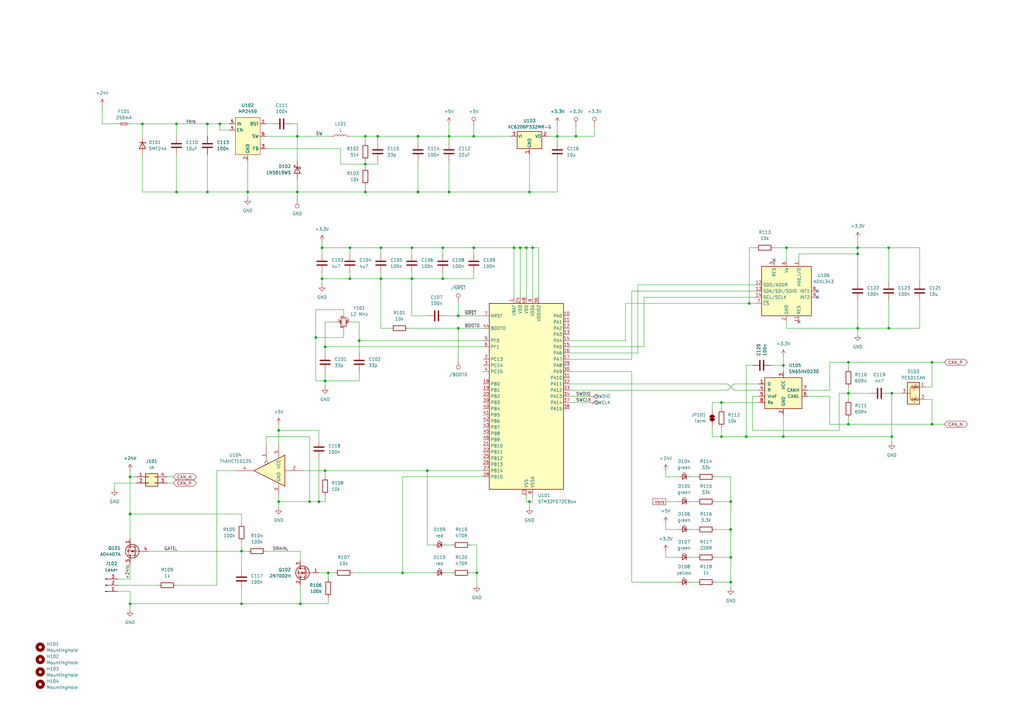
<source format=kicad_sch>
(kicad_sch (version 20250114) (generator "eeschema") (generator_version "9.0")
  (paper "A3")
  (junction (at 187.96 129.54))
  (junction (at 306.07 179.07))
  (junction (at 351.79 101.6))
  (junction (at 171.45 55.88))
  (junction (at 127 205.74))
  (junction (at 149.86 78.74))
  (junction (at 121.92 78.74))
  (junction (at 90.17 50.8))
  (junction (at 168.91 101.6))
  (junction (at 217.17 205.74))
  (junction (at 53.34 247.65))
  (junction (at 99.06 247.65))
  (junction (at 133.35 142.24))
  (junction (at 154.94 55.88))
  (junction (at 123.19 247.65))
  (junction (at 215.9 101.6))
  (junction (at 365.76 179.07))
  (junction (at 133.35 193.04))
  (junction (at 236.22 55.88))
  (junction (at 147.32 139.7))
  (junction (at 72.39 50.8))
  (junction (at 347.98 173.99))
  (junction (at 132.08 114.3))
  (junction (at 133.35 156.21))
  (junction (at 130.81 205.74))
  (junction (at 121.92 55.88))
  (junction (at 321.31 179.07))
  (junction (at 156.21 114.3))
  (junction (at 85.09 50.8))
  (junction (at 382.27 148.59))
  (junction (at 299.72 228.6))
  (junction (at 217.17 78.74))
  (junction (at 351.79 104.14))
  (junction (at 53.34 195.58))
  (junction (at 171.45 78.74))
  (junction (at 99.06 226.06))
  (junction (at 307.34 124.46))
  (junction (at 114.3 205.74))
  (junction (at 181.61 114.3))
  (junction (at 364.49 134.62))
  (junction (at 175.26 193.04))
  (junction (at 149.86 55.88))
  (junction (at 194.31 55.88))
  (junction (at 143.51 114.3))
  (junction (at 322.58 101.6))
  (junction (at 181.61 101.6))
  (junction (at 347.98 161.29))
  (junction (at 364.49 101.6))
  (junction (at 295.91 179.07))
  (junction (at 351.79 134.62))
  (junction (at 218.44 101.6))
  (junction (at 58.42 50.8))
  (junction (at 132.08 101.6))
  (junction (at 101.6 78.74))
  (junction (at 134.62 234.95))
  (junction (at 321.31 149.86))
  (junction (at 165.1 234.95))
  (junction (at 72.39 78.74))
  (junction (at 382.27 173.99))
  (junction (at 295.91 165.1))
  (junction (at 53.34 210.82))
  (junction (at 195.58 234.95))
  (junction (at 213.36 101.6))
  (junction (at 156.21 101.6))
  (junction (at 228.6 55.88))
  (junction (at 143.51 101.6))
  (junction (at 365.76 161.29))
  (junction (at 299.72 217.17))
  (junction (at 210.82 101.6))
  (junction (at 347.98 148.59))
  (junction (at 114.3 176.53))
  (junction (at 149.86 67.31))
  (junction (at 194.31 101.6))
  (junction (at 299.72 238.76))
  (junction (at 184.15 55.88))
  (junction (at 85.09 78.74))
  (junction (at 129.54 138.43))
  (junction (at 187.96 134.62))
  (junction (at 299.72 205.74))
  (junction (at 168.91 114.3))
  (junction (at 184.15 78.74))
  (no_connect (at 335.28 121.92))
  (no_connect (at 327.66 132.08))
  (no_connect (at 317.5 106.68))
  (no_connect (at 335.28 119.38))
  (wire (pts (xy 293.37 205.74) (xy 299.72 205.74)))
  (wire (pts (xy 295.91 175.26) (xy 295.91 179.07)))
  (wire (pts (xy 308.61 149.86) (xy 306.07 149.86)))
  (wire (pts (xy 165.1 195.58) (xy 165.1 234.95)))
  (wire (pts (xy 299.72 228.6) (xy 299.72 238.76)))
  (wire (pts (xy 217.17 205.74) (xy 218.44 205.74)))
  (wire (pts (xy 283.21 228.6) (xy 285.75 228.6)))
  (wire (pts (xy 109.22 182.88) (xy 109.22 179.07)))
  (wire (pts (xy 147.32 156.21) (xy 147.32 152.4)))
  (wire (pts (xy 165.1 195.58) (xy 198.12 195.58)))
  (wire (pts (xy 215.9 121.92) (xy 215.9 101.6)))
  (wire (pts (xy 307.34 124.46) (xy 307.34 101.6)))
  (wire (pts (xy 233.68 147.32) (xy 259.08 147.32)))
  (wire (pts (xy 121.92 55.88) (xy 121.92 50.8)))
  (wire (pts (xy 149.86 78.74) (xy 171.45 78.74)))
  (wire (pts (xy 351.79 134.62) (xy 351.79 137.16)))
  (wire (pts (xy 121.92 55.88) (xy 135.89 55.88)))
  (wire (pts (xy 48.26 237.49) (xy 53.34 237.49)))
  (wire (pts (xy 168.91 111.76) (xy 168.91 114.3)))
  (wire (pts (xy 133.35 142.24) (xy 133.35 144.78)))
  (wire (pts (xy 283.21 205.74) (xy 285.75 205.74)))
  (wire (pts (xy 331.47 160.02) (xy 340.36 160.02)))
  (wire (pts (xy 58.42 55.88) (xy 58.42 50.8)))
  (wire (pts (xy 154.94 67.31) (xy 149.86 67.31)))
  (wire (pts (xy 85.09 63.5) (xy 85.09 78.74)))
  (wire (pts (xy 53.34 242.57) (xy 53.34 247.65)))
  (wire (pts (xy 194.31 52.07) (xy 194.31 55.88)))
  (wire (pts (xy 133.35 152.4) (xy 133.35 156.21)))
  (wire (pts (xy 292.1 167.64) (xy 292.1 165.1)))
  (wire (pts (xy 365.76 179.07) (xy 365.76 181.61)))
  (wire (pts (xy 321.31 146.05) (xy 321.31 149.86)))
  (wire (pts (xy 114.3 182.88) (xy 114.3 176.53)))
  (wire (pts (xy 233.68 162.56) (xy 241.3 162.56)))
  (wire (pts (xy 351.79 97.79) (xy 351.79 101.6)))
  (wire (pts (xy 134.62 234.95) (xy 134.62 237.49)))
  (wire (pts (xy 72.39 55.88) (xy 72.39 50.8)))
  (wire (pts (xy 143.51 101.6) (xy 156.21 101.6)))
  (wire (pts (xy 127 179.07) (xy 127 205.74)))
  (wire (pts (xy 130.81 234.95) (xy 134.62 234.95)))
  (wire (pts (xy 171.45 55.88) (xy 171.45 58.42)))
  (wire (pts (xy 228.6 55.88) (xy 228.6 58.42)))
  (wire (pts (xy 347.98 148.59) (xy 382.27 148.59)))
  (wire (pts (xy 133.35 132.08) (xy 138.43 132.08)))
  (wire (pts (xy 171.45 78.74) (xy 184.15 78.74)))
  (wire (pts (xy 154.94 66.04) (xy 154.94 67.31)))
  (wire (pts (xy 228.6 50.8) (xy 228.6 55.88)))
  (wire (pts (xy 121.92 73.66) (xy 121.92 78.74)))
  (wire (pts (xy 114.3 173.99) (xy 114.3 176.53)))
  (wire (pts (xy 85.09 78.74) (xy 101.6 78.74)))
  (wire (pts (xy 143.51 114.3) (xy 132.08 114.3)))
  (wire (pts (xy 133.35 156.21) (xy 147.32 156.21)))
  (wire (pts (xy 295.91 165.1) (xy 311.15 165.1)))
  (wire (pts (xy 243.84 55.88) (xy 236.22 55.88)))
  (wire (pts (xy 156.21 101.6) (xy 168.91 101.6)))
  (wire (pts (xy 340.36 173.99) (xy 347.98 173.99)))
  (wire (pts (xy 299.72 195.58) (xy 299.72 205.74)))
  (wire (pts (xy 264.16 121.92) (xy 309.88 121.92)))
  (wire (pts (xy 364.49 161.29) (xy 365.76 161.29)))
  (wire (pts (xy 134.62 245.11) (xy 134.62 247.65)))
  (wire (pts (xy 217.17 63.5) (xy 217.17 78.74)))
  (wire (pts (xy 293.37 195.58) (xy 299.72 195.58)))
  (wire (pts (xy 140.97 138.43) (xy 129.54 138.43)))
  (wire (pts (xy 228.6 66.04) (xy 228.6 78.74)))
  (wire (pts (xy 109.22 50.8) (xy 111.76 50.8)))
  (wire (pts (xy 298.45 160.02) (xy 300.99 157.48)))
  (wire (pts (xy 93.98 53.34) (xy 90.17 53.34)))
  (wire (pts (xy 351.79 104.14) (xy 351.79 115.57)))
  (wire (pts (xy 48.26 50.8) (xy 41.91 50.8)))
  (wire (pts (xy 55.88 195.58) (xy 53.34 195.58)))
  (wire (pts (xy 134.62 234.95) (xy 137.16 234.95)))
  (wire (pts (xy 46.99 198.12) (xy 55.88 198.12)))
  (wire (pts (xy 72.39 78.74) (xy 85.09 78.74)))
  (wire (pts (xy 114.3 205.74) (xy 114.3 203.2)))
  (wire (pts (xy 340.36 148.59) (xy 347.98 148.59)))
  (wire (pts (xy 53.34 247.65) (xy 53.34 250.19)))
  (wire (pts (xy 233.68 139.7) (xy 256.54 139.7)))
  (wire (pts (xy 347.98 173.99) (xy 347.98 171.45)))
  (wire (pts (xy 377.19 123.19) (xy 377.19 134.62)))
  (wire (pts (xy 101.6 78.74) (xy 121.92 78.74)))
  (wire (pts (xy 317.5 101.6) (xy 322.58 101.6)))
  (wire (pts (xy 85.09 50.8) (xy 85.09 55.88)))
  (wire (pts (xy 140.97 134.62) (xy 140.97 138.43)))
  (wire (pts (xy 129.54 127) (xy 129.54 138.43)))
  (wire (pts (xy 187.96 134.62) (xy 187.96 147.32)))
  (wire (pts (xy 184.15 78.74) (xy 184.15 66.04)))
  (wire (pts (xy 160.02 134.62) (xy 156.21 134.62)))
  (wire (pts (xy 293.37 228.6) (xy 299.72 228.6)))
  (wire (pts (xy 99.06 226.06) (xy 101.6 226.06)))
  (wire (pts (xy 175.26 129.54) (xy 168.91 129.54)))
  (wire (pts (xy 132.08 99.06) (xy 132.08 101.6)))
  (wire (pts (xy 295.91 167.64) (xy 295.91 165.1)))
  (wire (pts (xy 364.49 101.6) (xy 377.19 101.6)))
  (wire (pts (xy 347.98 161.29) (xy 347.98 163.83)))
  (wire (pts (xy 139.7 67.31) (xy 149.86 67.31)))
  (wire (pts (xy 195.58 234.95) (xy 195.58 240.03)))
  (wire (pts (xy 193.04 234.95) (xy 195.58 234.95)))
  (wire (pts (xy 340.36 160.02) (xy 340.36 148.59)))
  (wire (pts (xy 322.58 132.08) (xy 322.58 134.62)))
  (wire (pts (xy 99.06 226.06) (xy 99.06 233.68)))
  (wire (pts (xy 292.1 165.1) (xy 295.91 165.1)))
  (wire (pts (xy 195.58 223.52) (xy 195.58 234.95)))
  (wire (pts (xy 299.72 217.17) (xy 299.72 228.6)))
  (wire (pts (xy 154.94 55.88) (xy 171.45 55.88)))
  (wire (pts (xy 114.3 205.74) (xy 114.3 208.28)))
  (wire (pts (xy 130.81 187.96) (xy 130.81 205.74)))
  (wire (pts (xy 321.31 149.86) (xy 321.31 152.4)))
  (wire (pts (xy 177.8 223.52) (xy 175.26 223.52)))
  (wire (pts (xy 130.81 205.74) (xy 127 205.74)))
  (wire (pts (xy 306.07 149.86) (xy 306.07 179.07)))
  (wire (pts (xy 144.78 234.95) (xy 165.1 234.95)))
  (wire (pts (xy 53.34 195.58) (xy 53.34 193.04)))
  (wire (pts (xy 298.45 157.48) (xy 300.99 160.02)))
  (wire (pts (xy 53.34 210.82) (xy 53.34 220.98)))
  (wire (pts (xy 184.15 55.88) (xy 194.31 55.88)))
  (wire (pts (xy 48.26 242.57) (xy 53.34 242.57)))
  (wire (pts (xy 109.22 226.06) (xy 123.19 226.06)))
  (wire (pts (xy 101.6 78.74) (xy 101.6 81.28)))
  (wire (pts (xy 307.34 101.6) (xy 309.88 101.6)))
  (wire (pts (xy 321.31 179.07) (xy 365.76 179.07)))
  (wire (pts (xy 99.06 214.63) (xy 99.06 210.82)))
  (wire (pts (xy 156.21 114.3) (xy 168.91 114.3)))
  (wire (pts (xy 133.35 193.04) (xy 124.46 193.04)))
  (wire (pts (xy 256.54 124.46) (xy 307.34 124.46)))
  (wire (pts (xy 133.35 205.74) (xy 130.81 205.74)))
  (wire (pts (xy 379.73 163.83) (xy 382.27 163.83)))
  (wire (pts (xy 88.9 193.04) (xy 96.52 193.04)))
  (wire (pts (xy 184.15 58.42) (xy 184.15 55.88)))
  (wire (pts (xy 377.19 115.57) (xy 377.19 101.6)))
  (wire (pts (xy 365.76 161.29) (xy 369.57 161.29)))
  (wire (pts (xy 184.15 50.8) (xy 184.15 55.88)))
  (wire (pts (xy 133.35 193.04) (xy 175.26 193.04)))
  (wire (pts (xy 168.91 129.54) (xy 168.91 114.3)))
  (wire (pts (xy 382.27 158.75) (xy 382.27 148.59)))
  (wire (pts (xy 109.22 179.07) (xy 127 179.07)))
  (wire (pts (xy 85.09 50.8) (xy 90.17 50.8)))
  (wire (pts (xy 147.32 139.7) (xy 198.12 139.7)))
  (wire (pts (xy 156.21 134.62) (xy 156.21 114.3)))
  (wire (pts (xy 364.49 123.19) (xy 364.49 134.62)))
  (wire (pts (xy 224.79 55.88) (xy 228.6 55.88)))
  (wire (pts (xy 127 205.74) (xy 114.3 205.74)))
  (wire (pts (xy 194.31 101.6) (xy 210.82 101.6)))
  (wire (pts (xy 109.22 60.96) (xy 139.7 60.96)))
  (wire (pts (xy 130.81 176.53) (xy 130.81 180.34)))
  (wire (pts (xy 149.86 55.88) (xy 149.86 58.42)))
  (wire (pts (xy 220.98 101.6) (xy 220.98 121.92)))
  (wire (pts (xy 351.79 134.62) (xy 364.49 134.62)))
  (wire (pts (xy 309.88 124.46) (xy 307.34 124.46)))
  (wire (pts (xy 187.96 124.46) (xy 187.96 129.54)))
  (wire (pts (xy 218.44 101.6) (xy 220.98 101.6)))
  (wire (pts (xy 133.35 156.21) (xy 133.35 158.75)))
  (wire (pts (xy 133.35 142.24) (xy 133.35 132.08)))
  (wire (pts (xy 347.98 161.29) (xy 347.98 158.75)))
  (wire (pts (xy 194.31 55.88) (xy 209.55 55.88)))
  (wire (pts (xy 217.17 78.74) (xy 184.15 78.74)))
  (wire (pts (xy 99.06 210.82) (xy 53.34 210.82)))
  (wire (pts (xy 340.36 162.56) (xy 340.36 173.99)))
  (wire (pts (xy 215.9 203.2) (xy 215.9 205.74)))
  (wire (pts (xy 278.13 217.17) (xy 273.05 217.17)))
  (wire (pts (xy 321.31 170.18) (xy 321.31 179.07)))
  (wire (pts (xy 143.51 111.76) (xy 143.51 114.3)))
  (wire (pts (xy 210.82 121.92) (xy 210.82 101.6)))
  (wire (pts (xy 68.58 195.58) (xy 71.12 195.58)))
  (wire (pts (xy 256.54 124.46) (xy 256.54 139.7)))
  (wire (pts (xy 147.32 132.08) (xy 147.32 139.7)))
  (wire (pts (xy 259.08 147.32) (xy 259.08 119.38)))
  (wire (pts (xy 171.45 55.88) (xy 184.15 55.88)))
  (wire (pts (xy 233.68 152.4) (xy 259.08 152.4)))
  (wire (pts (xy 121.92 50.8) (xy 119.38 50.8)))
  (wire (pts (xy 143.51 132.08) (xy 147.32 132.08)))
  (wire (pts (xy 264.16 121.92) (xy 264.16 142.24)))
  (wire (pts (xy 68.58 198.12) (xy 71.12 198.12)))
  (wire (pts (xy 233.68 157.48) (xy 298.45 157.48)))
  (wire (pts (xy 168.91 101.6) (xy 168.91 104.14)))
  (wire (pts (xy 322.58 134.62) (xy 351.79 134.62)))
  (wire (pts (xy 154.94 55.88) (xy 154.94 58.42)))
  (wire (pts (xy 99.06 241.3) (xy 99.06 247.65)))
  (wire (pts (xy 123.19 247.65) (xy 99.06 247.65)))
  (wire (pts (xy 187.96 129.54) (xy 198.12 129.54)))
  (wire (pts (xy 72.39 63.5) (xy 72.39 78.74)))
  (wire (pts (xy 149.86 66.04) (xy 149.86 67.31)))
  (wire (pts (xy 133.35 203.2) (xy 133.35 205.74)))
  (wire (pts (xy 165.1 234.95) (xy 177.8 234.95)))
  (wire (pts (xy 175.26 193.04) (xy 198.12 193.04)))
  (wire (pts (xy 308.61 162.56) (xy 308.61 176.53)))
  (wire (pts (xy 300.99 157.48) (xy 311.15 157.48)))
  (wire (pts (xy 379.73 158.75) (xy 382.27 158.75)))
  (wire (pts (xy 182.88 223.52) (xy 185.42 223.52)))
  (wire (pts (xy 171.45 66.04) (xy 171.45 78.74)))
  (wire (pts (xy 181.61 101.6) (xy 194.31 101.6)))
  (wire (pts (xy 149.86 55.88) (xy 143.51 55.88)))
  (wire (pts (xy 243.84 52.07) (xy 243.84 55.88)))
  (wire (pts (xy 364.49 134.62) (xy 377.19 134.62)))
  (wire (pts (xy 181.61 101.6) (xy 181.61 104.14)))
  (wire (pts (xy 147.32 139.7) (xy 147.32 144.78)))
  (wire (pts (xy 194.31 101.6) (xy 194.31 104.14)))
  (wire (pts (xy 114.3 176.53) (xy 130.81 176.53)))
  (wire (pts (xy 168.91 101.6) (xy 181.61 101.6)))
  (wire (pts (xy 273.05 228.6) (xy 273.05 226.06)))
  (wire (pts (xy 140.97 127) (xy 129.54 127)))
  (wire (pts (xy 228.6 78.74) (xy 217.17 78.74)))
  (wire (pts (xy 382.27 173.99) (xy 387.35 173.99)))
  (wire (pts (xy 259.08 119.38) (xy 309.88 119.38)))
  (wire (pts (xy 308.61 176.53) (xy 344.17 176.53)))
  (wire (pts (xy 236.22 55.88) (xy 228.6 55.88)))
  (wire (pts (xy 99.06 222.25) (xy 99.06 226.06)))
  (wire (pts (xy 300.99 160.02) (xy 311.15 160.02)))
  (wire (pts (xy 351.79 101.6) (xy 351.79 104.14)))
  (wire (pts (xy 143.51 104.14) (xy 143.51 101.6)))
  (wire (pts (xy 283.21 217.17) (xy 285.75 217.17)))
  (wire (pts (xy 215.9 205.74) (xy 217.17 205.74)))
  (wire (pts (xy 322.58 101.6) (xy 351.79 101.6)))
  (wire (pts (xy 101.6 66.04) (xy 101.6 78.74)))
  (wire (pts (xy 140.97 129.54) (xy 140.97 127)))
  (wire (pts (xy 99.06 247.65) (xy 53.34 247.65)))
  (wire (pts (xy 218.44 101.6) (xy 218.44 121.92)))
  (wire (pts (xy 132.08 104.14) (xy 132.08 101.6)))
  (wire (pts (xy 132.08 111.76) (xy 132.08 114.3)))
  (wire (pts (xy 60.96 226.06) (xy 99.06 226.06)))
  (wire (pts (xy 194.31 114.3) (xy 181.61 114.3)))
  (wire (pts (xy 168.91 114.3) (xy 181.61 114.3)))
  (wire (pts (xy 149.86 67.31) (xy 149.86 68.58)))
  (wire (pts (xy 299.72 238.76) (xy 293.37 238.76)))
  (wire (pts (xy 261.62 144.78) (xy 261.62 116.84)))
  (wire (pts (xy 182.88 129.54) (xy 187.96 129.54)))
  (wire (pts (xy 149.86 78.74) (xy 149.86 76.2)))
  (wire (pts (xy 53.34 231.14) (xy 53.34 237.49)))
  (wire (pts (xy 156.21 114.3) (xy 143.51 114.3)))
  (wire (pts (xy 123.19 226.06) (xy 123.19 229.87)))
  (wire (pts (xy 215.9 101.6) (xy 218.44 101.6)))
  (wire (pts (xy 283.21 195.58) (xy 285.75 195.58)))
  (wire (pts (xy 139.7 60.96) (xy 139.7 67.31)))
  (wire (pts (xy 233.68 144.78) (xy 261.62 144.78)))
  (wire (pts (xy 273.05 195.58) (xy 278.13 195.58)))
  (wire (pts (xy 129.54 156.21) (xy 133.35 156.21)))
  (wire (pts (xy 292.1 175.26) (xy 292.1 179.07)))
  (wire (pts (xy 90.17 53.34) (xy 90.17 50.8)))
  (wire (pts (xy 64.77 240.03) (xy 48.26 240.03)))
  (wire (pts (xy 236.22 52.07) (xy 236.22 55.88)))
  (wire (pts (xy 58.42 78.74) (xy 72.39 78.74)))
  (wire (pts (xy 134.62 247.65) (xy 123.19 247.65)))
  (wire (pts (xy 273.05 217.17) (xy 273.05 214.63)))
  (wire (pts (xy 344.17 161.29) (xy 347.98 161.29)))
  (wire (pts (xy 182.88 234.95) (xy 185.42 234.95)))
  (wire (pts (xy 382.27 148.59) (xy 387.35 148.59)))
  (wire (pts (xy 41.91 43.18) (xy 41.91 50.8)))
  (wire (pts (xy 344.17 176.53) (xy 344.17 161.29)))
  (wire (pts (xy 53.34 195.58) (xy 53.34 210.82)))
  (wire (pts (xy 273.05 205.74) (xy 278.13 205.74)))
  (wire (pts (xy 193.04 223.52) (xy 195.58 223.52)))
  (wire (pts (xy 233.68 160.02) (xy 298.45 160.02)))
  (wire (pts (xy 88.9 240.03) (xy 72.39 240.03)))
  (wire (pts (xy 90.17 50.8) (xy 93.98 50.8)))
  (wire (pts (xy 156.21 111.76) (xy 156.21 114.3)))
  (wire (pts (xy 273.05 193.04) (xy 273.05 195.58)))
  (wire (pts (xy 316.23 149.86) (xy 321.31 149.86)))
  (wire (pts (xy 293.37 217.17) (xy 299.72 217.17)))
  (wire (pts (xy 259.08 152.4) (xy 259.08 238.76)))
  (wire (pts (xy 233.68 165.1) (xy 241.3 165.1)))
  (wire (pts (xy 218.44 205.74) (xy 218.44 203.2)))
  (wire (pts (xy 261.62 116.84) (xy 309.88 116.84)))
  (wire (pts (xy 194.31 111.76) (xy 194.31 114.3)))
  (wire (pts (xy 149.86 55.88) (xy 154.94 55.88)))
  (wire (pts (xy 181.61 111.76) (xy 181.61 114.3)))
  (wire (pts (xy 58.42 50.8) (xy 72.39 50.8)))
  (wire (pts (xy 295.91 179.07) (xy 306.07 179.07)))
  (wire (pts (xy 46.99 200.66) (xy 46.99 198.12)))
  (wire (pts (xy 292.1 179.07) (xy 295.91 179.07)))
  (wire (pts (xy 331.47 162.56) (xy 340.36 162.56)))
  (wire (pts (xy 327.66 106.68) (xy 327.66 104.14)))
  (wire (pts (xy 53.34 50.8) (xy 58.42 50.8)))
  (wire (pts (xy 347.98 173.99) (xy 382.27 173.99)))
  (wire (pts (xy 129.54 138.43) (xy 129.54 156.21)))
  (wire (pts (xy 72.39 50.8) (xy 85.09 50.8)))
  (wire (pts (xy 233.68 142.24) (xy 264.16 142.24)))
  (wire (pts (xy 156.21 104.14) (xy 156.21 101.6)))
  (wire (pts (xy 306.07 179.07) (xy 321.31 179.07)))
  (wire (pts (xy 347.98 148.59) (xy 347.98 151.13)))
  (wire (pts (xy 351.79 134.62) (xy 351.79 123.19)))
  (wire (pts (xy 121.92 78.74) (xy 149.86 78.74)))
  (wire (pts (xy 259.08 238.76) (xy 278.13 238.76)))
  (wire (pts (xy 123.19 240.03) (xy 123.19 247.65)))
  (wire (pts (xy 327.66 104.14) (xy 351.79 104.14)))
  (wire (pts (xy 121.92 66.04) (xy 121.92 55.88)))
  (wire (pts (xy 133.35 142.24) (xy 198.12 142.24)))
  (wire (pts (xy 347.98 161.29) (xy 356.87 161.29)))
  (wire (pts (xy 213.36 101.6) (xy 215.9 101.6)))
  (wire (pts (xy 365.76 161.29) (xy 365.76 179.07)))
  (wire (pts (xy 213.36 121.92) (xy 213.36 101.6)))
  (wire (pts (xy 299.72 238.76) (xy 299.72 241.3)))
  (wire (pts (xy 121.92 81.28) (xy 121.92 78.74)))
  (wire (pts (xy 351.79 101.6) (xy 364.49 101.6)))
  (wire (pts (xy 167.64 134.62) (xy 187.96 134.62)))
  (wire (pts (xy 299.72 205.74) (xy 299.72 217.17)))
  (wire (pts (xy 58.42 63.5) (xy 58.42 78.74)))
  (wire (pts (xy 210.82 101.6) (xy 213.36 101.6)))
  (wire (pts (xy 132.08 114.3) (xy 132.08 116.84)))
  (wire (pts (xy 175.26 193.04) (xy 175.26 223.52)))
  (wire (pts (xy 187.96 134.62) (xy 198.12 134.62)))
  (wire (pts (xy 88.9 193.04) (xy 88.9 240.03)))
  (wire (pts (xy 109.22 55.88) (xy 121.92 55.88)))
  (wire (pts (xy 133.35 195.58) (xy 133.35 193.04)))
  (wire (pts (xy 322.58 106.68) (xy 322.58 101.6)))
  (wire (pts (xy 217.17 205.74) (xy 217.17 208.28)))
  (wire (pts (xy 364.49 101.6) (xy 364.49 115.57)))
  (wire (pts (xy 132.08 101.6) (xy 143.51 101.6)))
  (wire (pts (xy 278.13 228.6) (xy 273.05 228.6)))
  (wire (pts (xy 283.21 238.76) (xy 285.75 238.76)))
  (wire (pts (xy 311.15 162.56) (xy 308.61 162.56)))
  (wire (pts (xy 382.27 163.83) (xy 382.27 173.99)))
  (label "SWDIO" (at 236.22 162.56 0))
  (label "SWCLK" (at 236.22 165.1 0))
  (label "SW" (at 129.54 55.88 0))
  (label "BOOT0" (at 190.5 134.62 0))
  (label "~{NRST}" (at 190.5 129.54 0))
  (label "GATE_{L}" (at 67.31 226.06 0))
  (label "DRAIN_{L}" (at 111.76 226.06 0))
  (label "+24V_{L}" (at 53.34 237.49 90))
  (label "V_{SYS}" (at 76.2 50.8 0))
  (global_label "V_{SYS}" (shape passive) (at 273.05 205.74 180) (property "Intersheetrefs" "${INTERSHEET_REFS}" (effects (hide yes))))
  (global_label "CAN_N" (shape bidirectional) (at 71.12 195.58 0) (property "Intersheetrefs" "${INTERSHEET_REFS}" (effects (hide yes))))
  (global_label "CAN_P" (shape bidirectional) (at 71.12 198.12 0) (property "Intersheetrefs" "${INTERSHEET_REFS}" (effects (hide yes))))
  (global_label "CAN_P" (shape bidirectional) (at 387.35 148.59 0) (property "Intersheetrefs" "${INTERSHEET_REFS}" (effects (hide yes))))
  (global_label "CAN_N" (shape bidirectional) (at 387.35 173.99 0) (property "Intersheetrefs" "${INTERSHEET_REFS}" (effects (hide yes))))
  (symbol (lib_id "Device:LED_Small") (at 280.67 228.6 0) (mirror y) (unit 1)
    (property "Reference" "D107" (at 280.6065 222.25 0))
    (property "Value" "green" (at 280.6065 224.79 0))
    (property "Footprint" "LED_SMD:LED_0805_2012Metric" (effects (hide yes)))
    (property "Description" "Light emitting diode, small symbol" (effects (hide yes)))
    (property "Sim.Pin" "1=K 2=A" (effects (hide yes)))
  )
  (symbol (lib_id "Device:C") (at 364.49 119.38 0) (unit 1)
    (property "Reference" "C123" (at 368.3 118.1099 0) (effects (justify left)))
    (property "Value" "100n" (at 368.3 120.6499 0) (effects (justify left)))
    (property "Footprint" "Capacitor_SMD:C_0402_1005Metric" (effects (hide yes)))
    (property "Description" "Unpolarized capacitor" (effects (hide yes)))
  )
  (symbol (lib_id "Device:C") (at 156.21 107.95 0) (unit 1)
    (property "Reference" "C105" (at 160.02 106.6799 0) (effects (justify left)))
    (property "Value" "100n" (at 160.02 109.2199 0) (effects (justify left)))
    (property "Footprint" "Capacitor_SMD:C_0402_1005Metric" (effects (hide yes)))
    (property "Description" "Unpolarized capacitor" (effects (hide yes)))
  )
  (symbol (lib_id "Device:C") (at 184.15 62.23 0) (mirror y) (unit 1)
    (property "Reference" "C112" (at 187.96 60.9599 0) (effects (justify right)))
    (property "Value" "22uF" (at 187.96 63.4999 0) (effects (justify right)))
    (property "Footprint" "Capacitor_SMD:C_0805_2012Metric" (effects (hide yes)))
    (property "Description" "Unpolarized capacitor" (effects (hide yes)))
    (property "Manufacturer Part #" "CL21A226MAQNNNE" (effects (hide yes)))
    (property "LCSC Part #" "C45783" (effects (hide yes)))
  )
  (symbol (lib_id "Connector:TestPoint") (at 243.84 52.07 0) (unit 1) (in_bom no)
    (property "Reference" "TP108" (effects (hide yes)))
    (property "Value" "${NET_NAME(1)}" (at 243.84 45.72 0))
    (property "Footprint" "prj:NAMED_TEST_POINT" (effects (hide yes)))
    (property "Description" "test point" (effects (hide yes)))
  )
  (symbol (lib_id "Device:C") (at 143.51 107.95 0) (unit 1)
    (property "Reference" "C104" (at 147.32 106.6799 0) (effects (justify left)))
    (property "Value" "4u7" (at 147.32 109.2199 0) (effects (justify left)))
    (property "Footprint" "Capacitor_SMD:C_0402_1005Metric" (effects (hide yes)))
    (property "Description" "Unpolarized capacitor" (effects (hide yes)))
  )
  (symbol (lib_id "Device:Crystal_GND24_Small") (at 140.97 132.08 0) (unit 1)
    (property "Reference" "Y101" (at 147.32 126.3582 0))
    (property "Value" "12 MHz" (at 147.32 128.8982 0))
    (property "Footprint" "Crystal:Crystal_SMD_3225-4Pin_3.2x2.5mm" (effects (hide yes)))
    (property "Description" "Four pin crystal, GND on pins 2 and 4, small symbol" (effects (hide yes)))
  )
  (symbol (lib_id "Connector:TestPoint") (at 241.3 165.1 270) (unit 1) (in_bom no)
    (property "Reference" "TP106" (effects (hide yes)))
    (property "Value" "${NET_NAME(1)}" (at 246.38 165.1 90) (effects (justify left)))
    (property "Footprint" "prj:NAMED_TEST_POINT" (effects (hide yes)))
    (property "Description" "test point" (effects (hide yes)))
  )
  (symbol (lib_id "power:GND") (at 53.34 250.19 0) (unit 1)
    (property "Reference" "#PWR0110" (effects (hide yes)))
    (property "Value" "GND" (at 53.34 255.27 0))
    (property "Description" "Power symbol creates a global label with name \"GND\" , ground" (effects (hide yes)))
  )
  (symbol (lib_id "Device:R") (at 149.86 62.23 0) (mirror y) (unit 1)
    (property "Reference" "R102" (at 147.32 60.9599 0) (effects (justify left)))
    (property "Value" "51k" (at 147.32 63.4999 0) (effects (justify left)))
    (property "Footprint" "Resistor_SMD:R_0402_1005Metric" (effects (hide yes)))
    (property "Description" "Resistor" (effects (hide yes)))
  )
  (symbol (lib_id "power:GND") (at 195.58 240.03 0) (unit 1)
    (property "Reference" "#PWR0122" (effects (hide yes)))
    (property "Value" "GND" (at 195.58 245.11 0))
    (property "Description" "Power symbol creates a global label with name \"GND\" , ground" (effects (hide yes)))
  )
  (symbol (lib_id "Device:C") (at 171.45 62.23 0) (unit 1)
    (property "Reference" "C114" (at 175.26 60.9599 0) (effects (justify left)))
    (property "Value" "100n" (at 175.26 63.4999 0) (effects (justify left)))
    (property "Footprint" "Capacitor_SMD:C_0402_1005Metric" (effects (hide yes)))
    (property "Description" "Unpolarized capacitor" (effects (hide yes)))
  )
  (symbol (lib_id "Device:C") (at 194.31 107.95 0) (unit 1)
    (property "Reference" "C109" (at 198.12 106.6799 0) (effects (justify left)))
    (property "Value" "100n" (at 198.12 109.2199 0) (effects (justify left)))
    (property "Footprint" "Capacitor_SMD:C_0402_1005Metric" (effects (hide yes)))
    (property "Description" "Unpolarized capacitor" (effects (hide yes)))
  )
  (symbol (lib_id "Device:LED_Small") (at 180.34 234.95 0) (mirror y) (unit 1)
    (property "Reference" "D110" (at 180.2765 228.6 0))
    (property "Value" "red" (at 180.2765 231.14 0))
    (property "Footprint" "LED_SMD:LED_0603_1608Metric" (effects (hide yes)))
    (property "Description" "Light emitting diode, small symbol" (effects (hide yes)))
    (property "Sim.Pin" "1=K 2=A" (effects (hide yes)))
  )
  (symbol (lib_id "Device:C") (at 351.79 119.38 0) (unit 1)
    (property "Reference" "C122" (at 355.6 118.1099 0) (effects (justify left)))
    (property "Value" "100n" (at 355.6 120.6499 0) (effects (justify left)))
    (property "Footprint" "Capacitor_SMD:C_0402_1005Metric" (effects (hide yes)))
    (property "Description" "Unpolarized capacitor" (effects (hide yes)))
  )
  (symbol (lib_id "Device:R") (at 289.56 195.58 90) (unit 1)
    (property "Reference" "R114" (at 289.56 189.23 90))
    (property "Value" "33k" (at 289.56 191.77 90))
    (property "Footprint" "Resistor_SMD:R_0402_1005Metric" (effects (hide yes)))
    (property "Description" "Resistor" (effects (hide yes)))
  )
  (symbol (lib_id "Device:R") (at 133.35 199.39 180) (unit 1)
    (property "Reference" "R108" (at 135.89 198.1199 0) (effects (justify right)))
    (property "Value" "10k" (at 135.89 200.6599 0) (effects (justify right)))
    (property "Footprint" "Resistor_SMD:R_0402_1005Metric" (effects (hide yes)))
    (property "Description" "Resistor" (effects (hide yes)))
  )
  (symbol (lib_id "Device:R") (at 189.23 223.52 90) (unit 1)
    (property "Reference" "R119" (at 189.23 217.17 90))
    (property "Value" "470R" (at 189.23 219.71 90))
    (property "Footprint" "Resistor_SMD:R_0402_1005Metric" (effects (hide yes)))
    (property "Description" "Resistor" (effects (hide yes)))
  )
  (symbol (lib_id "Mechanical:MountingHole") (at 16.51 280.67 0) (unit 1) (in_bom no)
    (property "Reference" "H104" (at 19.05 279.3999 0) (effects (justify left)))
    (property "Value" "MountingHole" (at 19.05 281.9399 0) (effects (justify left)))
    (property "Footprint" "MountingHole:MountingHole_2.7mm_M2.5" (effects (hide yes)))
    (property "Description" "Mounting Hole without connection" (effects (hide yes)))
  )
  (symbol (lib_id "MCU_ST_STM32F0:STM32F072CBUx") (at 215.9 162.56 0) (unit 1)
    (property "Reference" "U101" (at 220.5833 203.2 0) (effects (justify left)))
    (property "Value" "STM32F072CBUx" (at 220.5833 205.74 0) (effects (justify left)))
    (property "Footprint" "Package_DFN_QFN:QFN-48-1EP_7x7mm_P0.5mm_EP5.6x5.6mm" (effects (hide yes)))
    (property "Datasheet" "https://www.st.com/resource/en/datasheet/stm32f072cb.pdf" (effects (hide yes)))
    (property "Description" "STMicroelectronics Arm Cortex-M0 MCU, 128KB flash, 16KB RAM, 48 MHz, 2.0-3.6V, 37 GPIO, UFQFPN48" (effects (hide yes)))
  )
  (symbol (lib_id "Device:C") (at 179.07 129.54 90) (unit 1)
    (property "Reference" "C107" (at 179.07 121.92 90))
    (property "Value" "100n" (at 179.07 124.46 90))
    (property "Footprint" "Capacitor_SMD:C_0402_1005Metric" (effects (hide yes)))
    (property "Description" "Unpolarized capacitor" (effects (hide yes)))
  )
  (symbol (lib_id "Device:C") (at 115.57 50.8 90) (unit 1)
    (property "Reference" "C111" (at 115.57 43.18 90))
    (property "Value" "100n" (at 115.57 45.72 90))
    (property "Footprint" "Capacitor_SMD:C_0402_1005Metric" (effects (hide yes)))
    (property "Description" "Unpolarized capacitor" (effects (hide yes)))
  )
  (symbol (lib_id "Device:R") (at 105.41 226.06 90) (unit 1)
    (property "Reference" "R104" (at 105.41 219.71 90))
    (property "Value" "100k" (at 105.41 222.25 90))
    (property "Footprint" "Resistor_SMD:R_0402_1005Metric" (effects (hide yes)))
    (property "Description" "Resistor" (effects (hide yes)))
  )
  (symbol (lib_id "Device:R") (at 99.06 218.44 0) (mirror x) (unit 1)
    (property "Reference" "R105" (at 96.52 217.1699 0) (effects (justify right)))
    (property "Value" "100k" (at 96.52 219.7099 0) (effects (justify right)))
    (property "Footprint" "Resistor_SMD:R_0402_1005Metric" (effects (hide yes)))
    (property "Description" "Resistor" (effects (hide yes)))
  )
  (symbol (lib_id "power:GND") (at 351.79 137.16 0) (unit 1)
    (property "Reference" "#PWR0117" (effects (hide yes)))
    (property "Value" "GND" (at 351.79 142.24 0))
    (property "Description" "Power symbol creates a global label with name \"GND\" , ground" (effects (hide yes)))
  )
  (symbol (lib_id "Device:Fuse_Small") (at 50.8 50.8 0) (unit 1)
    (property "Reference" "F101" (at 50.8 45.72 0))
    (property "Value" "250mA" (at 50.8 48.26 0))
    (property "Footprint" "Fuse:Fuse_0805_2012Metric" (effects (hide yes)))
    (property "Description" "Fuse, small symbol" (effects (hide yes)))
    (property "Manufacturer Part #" "LUTE 0805L025/36XR" (effects (hide yes)))
    (property "LCSC Part #" "C20608679" (effects (hide yes)))
  )
  (symbol (lib_id "power:+3.3V") (at 132.08 99.06 0) (unit 1)
    (property "Reference" "#PWR0102" (effects (hide yes)))
    (property "Value" "+3.3V" (at 132.08 93.98 0))
    (property "Description" "Power symbol creates a global label with name \"+3.3V\"" (effects (hide yes)))
  )
  (symbol (lib_id "Connector_Generic:Conn_02x02_Counter_Clockwise") (at 60.96 195.58 0) (unit 1)
    (property "Reference" "J101" (at 62.23 189.23 0))
    (property "Value" "In" (at 62.23 191.77 0))
    (property "Footprint" "Connector_Molex:Molex_Micro-Fit_3.0_43045-0415_2x02_P3.00mm_Vertical" (effects (hide yes)))
    (property "Description" "Generic connector, double row, 02x02, counter clockwise pin numbering scheme (similar to DIP package numbering), script generated (kicad-library-utils/schlib/autogen/connector/)" (effects (hide yes)))
  )
  (symbol (lib_id "Connector:TestPoint") (at 241.3 162.56 270) (unit 1) (in_bom no)
    (property "Reference" "TP105" (effects (hide yes)))
    (property "Value" "${NET_NAME(1)}" (at 246.38 162.56 90) (effects (justify left)))
    (property "Footprint" "prj:NAMED_TEST_POINT" (effects (hide yes)))
    (property "Description" "test point" (effects (hide yes)))
  )
  (symbol (lib_id "Device:R") (at 149.86 72.39 0) (mirror y) (unit 1)
    (property "Reference" "R103" (at 147.32 71.1199 0) (effects (justify left)))
    (property "Value" "10k" (at 147.32 73.6599 0) (effects (justify left)))
    (property "Footprint" "Resistor_SMD:R_0402_1005Metric" (effects (hide yes)))
    (property "Description" "Resistor" (effects (hide yes)))
  )
  (symbol (lib_id "power:+3.3V") (at 321.31 146.05 0) (unit 1)
    (property "Reference" "#PWR0115" (effects (hide yes)))
    (property "Value" "+3.3V" (at 321.31 140.97 0))
    (property "Description" "Power symbol creates a global label with name \"+3.3V\"" (effects (hide yes)))
  )
  (symbol (lib_id "Device:D_Schottky") (at 121.92 69.85 90) (mirror x) (unit 1)
    (property "Reference" "D102" (at 119.38 68.2624 90) (effects (justify left)))
    (property "Value" "1N5819WS" (at 119.38 70.8024 90) (effects (justify left)))
    (property "Footprint" "Diode_SMD:D_SOD-323" (effects (hide yes)))
    (property "Description" "Schottky diode" (effects (hide yes)))
    (property "Manufacturer Part #" "1N5819WS" (effects (hide yes)))
    (property "LCSC Part #" "C191023" (effects (hide yes)))
  )
  (symbol (lib_id "Device:C") (at 132.08 107.95 0) (unit 1)
    (property "Reference" "C103" (at 135.89 106.6799 0) (effects (justify left)))
    (property "Value" "4u7" (at 135.89 109.2199 0) (effects (justify left)))
    (property "Footprint" "Capacitor_SMD:C_0402_1005Metric" (effects (hide yes)))
    (property "Description" "Unpolarized capacitor" (effects (hide yes)))
  )
  (symbol (lib_id "Device:R") (at 313.69 101.6 90) (unit 1)
    (property "Reference" "R113" (at 313.69 95.25 90))
    (property "Value" "10k" (at 313.69 97.79 90))
    (property "Footprint" "Resistor_SMD:R_0402_1005Metric" (effects (hide yes)))
    (property "Description" "Resistor" (effects (hide yes)))
  )
  (symbol (lib_id "Device:C") (at 147.32 148.59 0) (unit 1)
    (property "Reference" "C102" (at 151.13 147.3199 0) (effects (justify left)))
    (property "Value" "33p" (at 151.13 149.8599 0) (effects (justify left)))
    (property "Footprint" "Capacitor_SMD:C_0402_1005Metric" (effects (hide yes)))
    (property "Description" "Unpolarized capacitor" (effects (hide yes)))
  )
  (symbol (lib_id "power:+5V") (at 114.3 173.99 0) (unit 1)
    (property "Reference" "#PWR0112" (effects (hide yes)))
    (property "Value" "+5V" (at 114.3 168.91 0))
    (property "Description" "Power symbol creates a global label with name \"+5V\"" (effects (hide yes)))
  )
  (symbol (lib_id "Device:R") (at 347.98 154.94 0) (unit 1)
    (property "Reference" "R110" (at 350.52 153.6699 0) (effects (justify left)))
    (property "Value" "60R4" (at 350.52 156.2099 0) (effects (justify left)))
    (property "Footprint" "Resistor_SMD:R_0402_1005Metric" (effects (hide yes)))
    (property "Description" "Resistor" (effects (hide yes)))
  )
  (symbol (lib_id "power:GND") (at 299.72 241.3 0) (unit 1)
    (property "Reference" "#PWR0121" (effects (hide yes)))
    (property "Value" "GND" (at 299.72 246.38 0))
    (property "Description" "Power symbol creates a global label with name \"GND\" , ground" (effects (hide yes)))
  )
  (symbol (lib_id "Transistor_FET:FDS9435A") (at 55.88 226.06 180) (unit 1)
    (property "Reference" "Q101" (at 49.53 224.7899 0) (effects (justify left)))
    (property "Value" "AO4407A" (at 49.53 227.3299 0) (effects (justify left)))
    (property "Footprint" "Package_SO:SOIC-8_3.9x4.9mm_P1.27mm" (effects (hide yes)))
    (property "Datasheet" "https://www.onsemi.com/pub/Collateral/FDS9435A-D.PDF" (effects (hide yes)))
    (property "Description" "-5.3A Id, -30V Vds, P-Channel MOSFET, 50mOhm Ron, SO-8" (effects (hide yes)))
  )
  (symbol (lib_id "Device:C") (at 154.94 62.23 0) (unit 1)
    (property "Reference" "C115" (at 158.75 60.9599 0) (effects (justify left)))
    (property "Value" "33p" (at 158.75 63.4999 0) (effects (justify left)))
    (property "Footprint" "Capacitor_SMD:C_0402_1005Metric" (effects (hide yes)))
    (property "Description" "Unpolarized capacitor" (effects (hide yes)))
  )
  (symbol (lib_id "Device:R") (at 347.98 167.64 0) (unit 1)
    (property "Reference" "R111" (at 350.52 166.3699 0) (effects (justify left)))
    (property "Value" "60R4" (at 350.52 168.9099 0) (effects (justify left)))
    (property "Footprint" "Resistor_SMD:R_0402_1005Metric" (effects (hide yes)))
    (property "Description" "Resistor" (effects (hide yes)))
  )
  (symbol (lib_id "power:+24V") (at 53.34 193.04 0) (unit 1)
    (property "Reference" "#PWR0108" (effects (hide yes)))
    (property "Value" "+24V" (at 53.34 187.96 0))
    (property "Description" "Power symbol creates a global label with name \"+24V\"" (effects (hide yes)))
  )
  (symbol (lib_id "Device:LED_Small") (at 280.67 238.76 0) (mirror y) (unit 1)
    (property "Reference" "D108" (at 280.6065 232.41 0))
    (property "Value" "yellow" (at 280.6065 234.95 0))
    (property "Footprint" "LED_SMD:LED_0805_2012Metric" (effects (hide yes)))
    (property "Description" "Light emitting diode, small symbol" (effects (hide yes)))
    (property "Sim.Pin" "1=K 2=A" (effects (hide yes)))
  )
  (symbol (lib_id "Device:C") (at 168.91 107.95 0) (unit 1)
    (property "Reference" "C106" (at 172.72 106.6799 0) (effects (justify left)))
    (property "Value" "100n" (at 172.72 109.2199 0) (effects (justify left)))
    (property "Footprint" "Capacitor_SMD:C_0402_1005Metric" (effects (hide yes)))
    (property "Description" "Unpolarized capacitor" (effects (hide yes)))
  )
  (symbol (lib_id "Device:LED_Small") (at 280.67 205.74 0) (mirror y) (unit 1)
    (property "Reference" "D105" (at 280.6065 199.39 0))
    (property "Value" "green" (at 280.6065 201.93 0))
    (property "Footprint" "LED_SMD:LED_0805_2012Metric" (effects (hide yes)))
    (property "Description" "Light emitting diode, small symbol" (effects (hide yes)))
    (property "Sim.Pin" "1=K 2=A" (effects (hide yes)))
  )
  (symbol (lib_id "Device:R") (at 289.56 217.17 90) (unit 1)
    (property "Reference" "R116" (at 289.56 210.82 90))
    (property "Value" "3.3k" (at 289.56 213.36 90))
    (property "Footprint" "Resistor_SMD:R_0402_1005Metric" (effects (hide yes)))
    (property "Description" "Resistor" (effects (hide yes)))
  )
  (symbol (lib_id "Connector:TestPoint") (at 187.96 147.32 180) (unit 1) (in_bom no)
    (property "Reference" "TP107" (effects (hide yes)))
    (property "Value" "${NET_NAME(1)}" (at 187.96 153.67 0))
    (property "Footprint" "prj:NAMED_TEST_POINT" (effects (hide yes)))
    (property "Description" "test point" (effects (hide yes)))
  )
  (symbol (lib_id "Connector:TestPoint") (at 187.96 124.46 0) (unit 1) (in_bom no)
    (property "Reference" "TP104" (effects (hide yes)))
    (property "Value" "${NET_NAME(1)}" (at 187.96 118.11 0))
    (property "Footprint" "prj:NAMED_TEST_POINT" (effects (hide yes)))
    (property "Description" "test point" (effects (hide yes)))
  )
  (symbol (lib_id "Device:C") (at 99.06 237.49 0) (unit 1)
    (property "Reference" "C117" (at 102.87 236.2199 0) (effects (justify left)))
    (property "Value" "100n" (at 102.87 238.7599 0) (effects (justify left)))
    (property "Footprint" "Capacitor_SMD:C_0402_1005Metric" (effects (hide yes)))
    (property "Description" "Unpolarized capacitor" (effects (hide yes)))
  )
  (symbol (lib_id "power:GND") (at 217.17 208.28 0) (unit 1)
    (property "Reference" "#PWR0104" (effects (hide yes)))
    (property "Value" "GND" (at 217.17 213.36 0))
    (property "Description" "Power symbol creates a global label with name \"GND\" , ground" (effects (hide yes)))
  )
  (symbol (lib_id "Mechanical:MountingHole") (at 16.51 270.51 0) (unit 1) (in_bom no)
    (property "Reference" "H102" (at 19.05 269.2399 0) (effects (justify left)))
    (property "Value" "MountingHole" (at 19.05 271.7799 0) (effects (justify left)))
    (property "Footprint" "MountingHole:MountingHole_2.7mm_M2.5" (effects (hide yes)))
    (property "Description" "Mounting Hole without connection" (effects (hide yes)))
  )
  (symbol (lib_id "power:+24V") (at 41.91 43.18 0) (unit 1)
    (property "Reference" "#PWR0113" (effects (hide yes)))
    (property "Value" "+24V" (at 41.91 38.1 0))
    (property "Description" "Power symbol creates a global label with name \"+24V\"" (effects (hide yes)))
  )
  (symbol (lib_id "Device:LED_Small") (at 280.67 217.17 0) (mirror y) (unit 1)
    (property "Reference" "D106" (at 280.6065 210.82 0))
    (property "Value" "green" (at 280.6065 213.36 0))
    (property "Footprint" "LED_SMD:LED_0805_2012Metric" (effects (hide yes)))
    (property "Description" "Light emitting diode, small symbol" (effects (hide yes)))
    (property "Sim.Pin" "1=K 2=A" (effects (hide yes)))
  )
  (symbol (lib_id "power:+3.3V") (at 228.6 50.8 0) (unit 1)
    (property "Reference" "#PWR0107" (effects (hide yes)))
    (property "Value" "+3.3V" (at 228.6 45.72 0))
    (property "Description" "Power symbol creates a global label with name \"+3.3V\"" (effects (hide yes)))
  )
  (symbol (lib_id "Interface_CAN_LIN:SN65HVD230") (at 321.31 160.02 0) (unit 1)
    (property "Reference" "U105" (at 323.4533 149.86 0) (effects (justify left)))
    (property "Value" "SN65HVD230" (at 323.4533 152.4 0) (effects (justify left)))
    (property "Footprint" "Package_SO:SOIC-8_3.9x4.9mm_P1.27mm" (effects (hide yes)))
    (property "Datasheet" "http://www.ti.com/lit/ds/symlink/sn65hvd230.pdf" (effects (hide yes)))
    (property "Description" "CAN Bus Transceivers, 3.3V, 1Mbps, Low-Power capabilities, SOIC-8" (effects (hide yes)))
  )
  (symbol (lib_id "Transistor_FET:2N7002H") (at 125.73 234.95 0) (mirror y) (unit 1)
    (property "Reference" "Q102" (at 119.38 233.6799 0) (effects (justify left)))
    (property "Value" "2N7002H" (at 119.38 236.2199 0) (effects (justify left)))
    (property "Footprint" "Package_TO_SOT_SMD:SOT-23" (effects (hide yes)))
    (property "Datasheet" "http://www.diodes.com/assets/Datasheets/2N7002H.pdf" (effects (hide yes)))
    (property "Description" "0.21A Id, 60V Vds, N-Channel MOSFET, SOT-23" (effects (hide yes)))
  )
  (symbol (lib_id "Device:R") (at 289.56 205.74 90) (unit 1)
    (property "Reference" "R115" (at 289.56 199.39 90))
    (property "Value" "33k" (at 289.56 201.93 90))
    (property "Footprint" "Resistor_SMD:R_0402_1005Metric" (effects (hide yes)))
    (property "Description" "Resistor" (effects (hide yes)))
  )
  (symbol (lib_id "Device:R") (at 189.23 234.95 90) (unit 1)
    (property "Reference" "R120" (at 189.23 228.6 90))
    (property "Value" "470R" (at 189.23 231.14 90))
    (property "Footprint" "Resistor_SMD:R_0402_1005Metric" (effects (hide yes)))
    (property "Description" "Resistor" (effects (hide yes)))
  )
  (symbol (lib_id "Device:C") (at 181.61 107.95 0) (unit 1)
    (property "Reference" "C108" (at 185.42 106.6799 0) (effects (justify left)))
    (property "Value" "100n" (at 185.42 109.2199 0) (effects (justify left)))
    (property "Footprint" "Capacitor_SMD:C_0402_1005Metric" (effects (hide yes)))
    (property "Description" "Unpolarized capacitor" (effects (hide yes)))
  )
  (symbol (lib_id "power:+3.3V") (at 273.05 226.06 0) (unit 1)
    (property "Reference" "#PWR0120" (effects (hide yes)))
    (property "Value" "+3.3V" (at 273.05 220.98 0))
    (property "Description" "Power symbol creates a global label with name \"+3.3V\"" (effects (hide yes)))
  )
  (symbol (lib_id "power:+24V") (at 273.05 193.04 0) (unit 1)
    (property "Reference" "#PWR0118" (effects (hide yes)))
    (property "Value" "+24V" (at 273.05 187.96 0))
    (property "Description" "Power symbol creates a global label with name \"+24V\"" (effects (hide yes)))
  )
  (symbol (lib_id "Device:D_Zener") (at 58.42 59.69 270) (unit 1)
    (property "Reference" "D101" (at 60.96 58.4199 90) (effects (justify left)))
    (property "Value" "SMF24A" (at 60.96 60.9599 90) (effects (justify left)))
    (property "Footprint" "Diode_SMD:D_SOD-123F" (effects (hide yes)))
    (property "Description" "Zener diode" (effects (hide yes)))
    (property "Manufacturer Part #" "SMF24A" (effects (hide yes)))
    (property "LCSC Part #" "C19077514" (effects (hide yes)))
  )
  (symbol (lib_id "Regulator_Linear:XC6206PxxxMR") (at 217.17 55.88 0) (unit 1)
    (property "Reference" "U103" (at 217.17 49.53 0))
    (property "Value" "XC6206P332MR-G" (at 217.17 52.07 0))
    (property "Footprint" "Package_TO_SOT_SMD:SOT-23-3" (effects (hide yes)))
    (property "Datasheet" "https://www.torexsemi.com/file/xc6206/XC6206.pdf" (effects (hide yes)))
    (property "Description" "Positive 60-250mA Low Dropout Regulator, Fixed Output, SOT-23" (effects (hide yes)))
  )
  (symbol (lib_id "Device:C") (at 377.19 119.38 0) (unit 1)
    (property "Reference" "C121" (at 381 118.1099 0) (effects (justify left)))
    (property "Value" "10u" (at 381 120.6499 0) (effects (justify left)))
    (property "Footprint" "Capacitor_SMD:C_0805_2012Metric" (effects (hide yes)))
    (property "Description" "Unpolarized capacitor" (effects (hide yes)))
    (property "Manufacturer Part #" "GRM21BR61H106KE43L" (effects (hide yes)))
    (property "LCSC Part #" "C440198" (effects (hide yes)))
  )
  (symbol (lib_id "Device:R") (at 68.58 240.03 90) (unit 1)
    (property "Reference" "R109" (at 68.58 233.68 90))
    (property "Value" "1k" (at 68.58 236.22 90))
    (property "Footprint" "Resistor_SMD:R_0402_1005Metric" (effects (hide yes)))
    (property "Description" "Resistor" (effects (hide yes)))
  )
  (symbol (lib_id "Connector:TestPoint") (at 194.31 52.07 0) (unit 1) (in_bom no)
    (property "Reference" "TP101" (effects (hide yes)))
    (property "Value" "${NET_NAME(1)}" (at 194.31 45.72 0))
    (property "Footprint" "prj:NAMED_TEST_POINT" (effects (hide yes)))
    (property "Description" "test point" (effects (hide yes)))
  )
  (symbol (lib_id "Mechanical:MountingHole") (at 16.51 275.59 0) (unit 1) (in_bom no)
    (property "Reference" "H103" (at 19.05 274.3199 0) (effects (justify left)))
    (property "Value" "MountingHole" (at 19.05 276.8599 0) (effects (justify left)))
    (property "Footprint" "MountingHole:MountingHole_2.7mm_M2.5" (effects (hide yes)))
    (property "Description" "Mounting Hole without connection" (effects (hide yes)))
  )
  (symbol (lib_id "prj:MP2459") (at 101.6 55.88 0) (unit 1)
    (property "Reference" "U102" (at 101.6 43.18 0))
    (property "Value" "MP2459" (at 101.6 45.72 0))
    (property "Footprint" "Package_TO_SOT_SMD:SOT-23-6" (effects (hide yes)))
  )
  (symbol (lib_id "power:GND") (at 365.76 181.61 0) (unit 1)
    (property "Reference" "#PWR0114" (effects (hide yes)))
    (property "Value" "GND" (at 365.76 186.69 0))
    (property "Description" "Power symbol creates a global label with name \"GND\" , ground" (effects (hide yes)))
  )
  (symbol (lib_id "Device:C") (at 130.81 184.15 0) (unit 1)
    (property "Reference" "C118" (at 134.62 182.8799 0) (effects (justify left)))
    (property "Value" "100n" (at 134.62 185.4199 0) (effects (justify left)))
    (property "Footprint" "Capacitor_SMD:C_0402_1005Metric" (effects (hide yes)))
    (property "Description" "Unpolarized capacitor" (effects (hide yes)))
  )
  (symbol (lib_id "Device:R") (at 289.56 238.76 90) (unit 1)
    (property "Reference" "R118" (at 289.56 232.41 90))
    (property "Value" "1k" (at 289.56 234.95 90))
    (property "Footprint" "Resistor_SMD:R_0402_1005Metric" (effects (hide yes)))
    (property "Description" "Resistor" (effects (hide yes)))
  )
  (symbol (lib_id "Jumper:SolderJumper_2_Bridged") (at 292.1 171.45 270) (unit 1) (in_bom no)
    (property "Reference" "JP101" (at 289.56 170.1799 90) (effects (justify right)))
    (property "Value" "Term" (at 289.56 172.7199 90) (effects (justify right)))
    (property "Footprint" "Jumper:SolderJumper-2_P1.3mm_Bridged_RoundedPad1.0x1.5mm" (effects (hide yes)))
    (property "Description" "Solder Jumper, 2-pole, closed/bridged" (effects (hide yes)))
  )
  (symbol (lib_id "power:GND") (at 46.99 200.66 0) (unit 1)
    (property "Reference" "#PWR0109" (effects (hide yes)))
    (property "Value" "GND" (at 46.99 205.74 0))
    (property "Description" "Power symbol creates a global label with name \"GND\" , ground" (effects (hide yes)))
  )
  (symbol (lib_id "Device:C") (at 85.09 59.69 0) (unit 1)
    (property "Reference" "C113" (at 88.9 58.4199 0) (effects (justify left)))
    (property "Value" "100n" (at 88.9 60.9599 0) (effects (justify left)))
    (property "Footprint" "Capacitor_SMD:C_0402_1005Metric" (effects (hide yes)))
    (property "Description" "Unpolarized capacitor" (effects (hide yes)))
  )
  (symbol (lib_id "Device:R") (at 140.97 234.95 90) (unit 1)
    (property "Reference" "R107" (at 140.97 228.6 90))
    (property "Value" "10k" (at 140.97 231.14 90))
    (property "Footprint" "Resistor_SMD:R_0402_1005Metric" (effects (hide yes)))
    (property "Description" "Resistor" (effects (hide yes)))
  )
  (symbol (lib_id "Device:R") (at 134.62 241.3 0) (mirror x) (unit 1)
    (property "Reference" "R106" (at 132.08 240.0299 0) (effects (justify right)))
    (property "Value" "100k" (at 132.08 242.5699 0) (effects (justify right)))
    (property "Footprint" "Resistor_SMD:R_0402_1005Metric" (effects (hide yes)))
    (property "Description" "Resistor" (effects (hide yes)))
  )
  (symbol (lib_id "Device:C") (at 312.42 149.86 90) (unit 1)
    (property "Reference" "C120" (at 311.1499 146.05 0) (effects (justify left)))
    (property "Value" "100n" (at 313.6899 146.05 0) (effects (justify left)))
    (property "Footprint" "Capacitor_SMD:C_0402_1005Metric" (effects (hide yes)))
    (property "Description" "Unpolarized capacitor" (effects (hide yes)))
  )
  (symbol (lib_id "power:GND") (at 101.6 81.28 0) (unit 1)
    (property "Reference" "#PWR0105" (effects (hide yes)))
    (property "Value" "GND" (at 101.6 86.36 0))
    (property "Description" "Power symbol creates a global label with name \"GND\" , ground" (effects (hide yes)))
  )
  (symbol (lib_id "Power_Protection:NUP2105L") (at 374.65 161.29 270) (unit 1)
    (property "Reference" "D103" (at 374.65 152.4 90))
    (property "Value" "PESD1CAN" (at 374.65 154.94 90))
    (property "Footprint" "Package_TO_SOT_SMD:SOT-23" (effects (hide yes)))
    (property "Datasheet" "https://www.onsemi.com/pub_link/Collateral/NUP2105L-D.PDF" (effects (hide yes)))
    (property "Description" "Dual Line CAN Bus Protector, 24Vrwm" (effects (hide yes)))
  )
  (symbol (lib_id "Connector:Conn_01x03_Pin") (at 43.18 240.03 0) (mirror x) (unit 1)
    (property "Reference" "J102" (at 45.72 231.14 0))
    (property "Value" "Laser" (at 45.72 233.68 0))
    (property "Footprint" "Connector_Molex:Molex_Micro-Fit_3.0_43650-0321_1x03_P3.00mm_Vertical" (effects (hide yes)))
    (property "Description" "Generic connector, single row, 01x03, script generated" (effects (hide yes)))
  )
  (symbol (lib_id "Device:L") (at 139.7 55.88 90) (unit 1)
    (property "Reference" "L101" (at 139.7 50.8 90))
    (property "Value" "L" (at 139.7 53.34 90))
    (property "Footprint" "Inductor_SMD:L_1008_2520Metric" (effects (hide yes)))
    (property "Description" "Inductor" (effects (hide yes)))
    (property "Manufacturer Part #" "FTC252012S100MBCA" (effects (hide yes)))
    (property "LCSC Part #" "C5832376" (effects (hide yes)))
  )
  (symbol (lib_id "Device:C") (at 360.68 161.29 90) (unit 1)
    (property "Reference" "C119" (at 360.68 153.67 90))
    (property "Value" "4n7" (at 360.68 156.21 90))
    (property "Footprint" "Capacitor_SMD:C_0402_1005Metric" (effects (hide yes)))
    (property "Description" "Unpolarized capacitor" (effects (hide yes)))
  )
  (symbol (lib_id "Connector:TestPoint") (at 236.22 52.07 0) (unit 1) (in_bom no)
    (property "Reference" "TP102" (effects (hide yes)))
    (property "Value" "${NET_NAME(1)}" (at 236.22 45.72 0))
    (property "Footprint" "prj:NAMED_TEST_POINT" (effects (hide yes)))
    (property "Description" "test point" (effects (hide yes)))
  )
  (symbol (lib_id "power:+3.3V") (at 351.79 97.79 0) (unit 1)
    (property "Reference" "#PWR0116" (effects (hide yes)))
    (property "Value" "+3.3V" (at 351.79 92.71 0))
    (property "Description" "Power symbol creates a global label with name \"+3.3V\"" (effects (hide yes)))
  )
  (symbol (lib_id "Device:C") (at 133.35 148.59 0) (unit 1)
    (property "Reference" "C101" (at 137.16 147.3199 0) (effects (justify left)))
    (property "Value" "33p" (at 137.16 149.8599 0) (effects (justify left)))
    (property "Footprint" "Capacitor_SMD:C_0402_1005Metric" (effects (hide yes)))
    (property "Description" "Unpolarized capacitor" (effects (hide yes)))
  )
  (symbol (lib_id "power:GND") (at 133.35 158.75 0) (unit 1)
    (property "Reference" "#PWR0101" (effects (hide yes)))
    (property "Value" "GND" (at 133.35 163.83 0))
    (property "Description" "Power symbol creates a global label with name \"GND\" , ground" (effects (hide yes)))
  )
  (symbol (lib_id "power:GND") (at 132.08 116.84 0) (unit 1)
    (property "Reference" "#PWR0103" (effects (hide yes)))
    (property "Value" "GND" (at 132.08 121.92 0))
    (property "Description" "Power symbol creates a global label with name \"GND\" , ground" (effects (hide yes)))
  )
  (symbol (lib_id "power:+5V") (at 273.05 214.63 0) (unit 1)
    (property "Reference" "#PWR0119" (effects (hide yes)))
    (property "Value" "+5V" (at 273.05 209.55 0))
    (property "Description" "Power symbol creates a global label with name \"+5V\"" (effects (hide yes)))
  )
  (symbol (lib_id "Device:R") (at 295.91 171.45 180) (unit 1)
    (property "Reference" "R112" (at 298.45 170.1799 0) (effects (justify right)))
    (property "Value" "10k" (at 298.45 172.7199 0) (effects (justify right)))
    (property "Footprint" "Resistor_SMD:R_0402_1005Metric" (effects (hide yes)))
    (property "Description" "Resistor" (effects (hide yes)))
  )
  (symbol (lib_id "Device:C") (at 72.39 59.69 0) (mirror y) (unit 1)
    (property "Reference" "C110" (at 76.2 58.4199 0) (effects (justify right)))
    (property "Value" "10uF" (at 76.2 60.9599 0) (effects (justify right)))
    (property "Footprint" "Capacitor_SMD:C_0805_2012Metric" (effects (hide yes)))
    (property "Description" "Unpolarized capacitor" (effects (hide yes)))
    (property "Manufacturer Part #" "GRM21BR61H106KE43L" (effects (hide yes)))
    (property "LCSC Part #" "C440198" (effects (hide yes)))
  )
  (symbol (lib_id "Device:LED_Small") (at 280.67 195.58 0) (mirror y) (unit 1)
    (property "Reference" "D104" (at 280.6065 189.23 0))
    (property "Value" "green" (at 280.6065 191.77 0))
    (property "Footprint" "LED_SMD:LED_0805_2012Metric" (effects (hide yes)))
    (property "Description" "Light emitting diode, small symbol" (effects (hide yes)))
    (property "Sim.Pin" "1=K 2=A" (effects (hide yes)))
  )
  (symbol (lib_id "power:GND") (at 114.3 208.28 0) (unit 1)
    (property "Reference" "#PWR0111" (effects (hide yes)))
    (property "Value" "GND" (at 114.3 213.36 0))
    (property "Description" "Power symbol creates a global label with name \"GND\" , ground" (effects (hide yes)))
  )
  (symbol (lib_id "power:+5V") (at 184.15 50.8 0) (unit 1)
    (property "Reference" "#PWR0106" (effects (hide yes)))
    (property "Value" "+5V" (at 184.15 45.72 0))
    (property "Description" "Power symbol creates a global label with name \"+5V\"" (effects (hide yes)))
  )
  (symbol (lib_id "Sensor_Motion:ADXL343") (at 322.58 119.38 0) (unit 1)
    (property "Reference" "U106" (at 337.82 112.9598 0))
    (property "Value" "ADXL343" (at 337.82 115.4998 0))
    (property "Footprint" "Package_LGA:LGA-14_3x5mm_P0.8mm_LayoutBorder1x6y" (effects (hide yes)))
    (property "Datasheet" "https://www.analog.com/media/en/technical-documentation/data-sheets/ADXL343.pdf" (effects (hide yes)))
    (property "Description" "3-Axis MEMS Accelerometer, 2/4/8/16g range, I2C/SPI, LGA-14" (effects (hide yes)))
  )
  (symbol (lib_id "74xGxx:74AHCT1G125") (at 109.22 193.04 0) (mirror y) (unit 1)
    (property "Reference" "U104" (at 96.52 186.6198 0))
    (property "Value" "74AHCT1G125" (at 96.52 189.1598 0))
    (property "Footprint" "Package_TO_SOT_SMD:SOT-353_SC-70-5" (effects (hide yes)))
    (property "Datasheet" "http://www.ti.com/lit/sg/scyt129e/scyt129e.pdf" (effects (hide yes)))
    (property "Description" "Single Buffer Gate Tri-State, Low-Voltage CMOS" (effects (hide yes)))
  )
  (symbol (lib_id "Device:LED_Small") (at 180.34 223.52 0) (mirror y) (unit 1)
    (property "Reference" "D109" (at 180.2765 217.17 0))
    (property "Value" "red" (at 180.2765 219.71 0))
    (property "Footprint" "LED_SMD:LED_0603_1608Metric" (effects (hide yes)))
    (property "Description" "Light emitting diode, small symbol" (effects (hide yes)))
    (property "Sim.Pin" "1=K 2=A" (effects (hide yes)))
  )
  (symbol (lib_id "Device:C") (at 228.6 62.23 0) (unit 1)
    (property "Reference" "C116" (at 232.41 60.9599 0) (effects (justify left)))
    (property "Value" "10u" (at 232.41 63.4999 0) (effects (justify left)))
    (property "Footprint" "Capacitor_SMD:C_0805_2012Metric" (effects (hide yes)))
    (property "Description" "Unpolarized capacitor" (effects (hide yes)))
    (property "Manufacturer Part #" "GRM21BR61H106KE43L" (effects (hide yes)))
    (property "LCSC Part #" "C440198" (effects (hide yes)))
  )
  (symbol (lib_id "Device:R") (at 289.56 228.6 90) (unit 1)
    (property "Reference" "R117" (at 289.56 222.25 90))
    (property "Value" "220R" (at 289.56 224.79 90))
    (property "Footprint" "Resistor_SMD:R_0402_1005Metric" (effects (hide yes)))
    (property "Description" "Resistor" (effects (hide yes)))
  )
  (symbol (lib_id "Connector:TestPoint") (at 121.92 81.28 180) (unit 1) (in_bom no)
    (property "Reference" "TP103" (effects (hide yes)))
    (property "Value" "${NET_NAME(1)}" (at 121.92 87.63 0))
    (property "Footprint" "prj:NAMED_TEST_POINT" (effects (hide yes)))
    (property "Description" "test point" (effects (hide yes)))
  )
  (symbol (lib_id "Mechanical:MountingHole") (at 16.51 265.43 0) (unit 1) (in_bom no)
    (property "Reference" "H101" (at 19.05 264.1599 0) (effects (justify left)))
    (property "Value" "MountingHole" (at 19.05 266.6999 0) (effects (justify left)))
    (property "Footprint" "MountingHole:MountingHole_2.7mm_M2.5" (effects (hide yes)))
    (property "Description" "Mounting Hole without connection" (effects (hide yes)))
  )
  (symbol (lib_id "Device:R") (at 163.83 134.62 90) (unit 1)
    (property "Reference" "R101" (at 163.83 128.27 90))
    (property "Value" "10k" (at 163.83 130.81 90))
    (property "Footprint" "Resistor_SMD:R_0402_1005Metric" (effects (hide yes)))
    (property "Description" "Resistor" (effects (hide yes)))
  )
)
</source>
